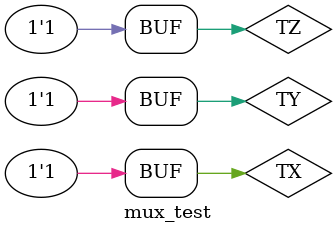
<source format=v>


module dcdr24(input x, y, en, output d0, d1, d2, d3);
	assign d0 = en & ~x & ~y;  
	assign d1 = en & ~x & y;
	assign d2 = en & x & ~y;
	assign d3 = en & x & y;
endmodule  


module dcdr38(input x, y, z, output d0, d1, d2, d3, d4, d5, d6, d7);
	dcdr24 u1 (x, y, ~z, d0, d1, d2, d3);
	dcdr24 u2 (x, y, z, d4, d5, d6, d7);
endmodule				 


module mux_test1;
	reg x, y, en;
	wire d0, d1, d2, d3;
	dcdr24 u4 (x, y, en, d0, d1, d2, d3);
	initial
		begin
			{en, x, y} = 3'b000;
			repeat(7)
			#10ns {en, x, y} = {en, x, y} + 3'b001;
		end
endmodule


module mux_test;
	reg TX, TY, TZ;
	wire d0, d1, d2, d3, d4, d5, d6, d7;
	dcdr38 u3(TX, TY, TZ, d0, d1, d2, d3, d4, d5, d6, d7);
	
	initial
		begin
			{TZ, TX, TY} = 3'b000;
			repeat(7)
			#10ns {TZ, TX, TY} = {TZ, TX, TY} + 3'b001;
		end
endmodule
</source>
